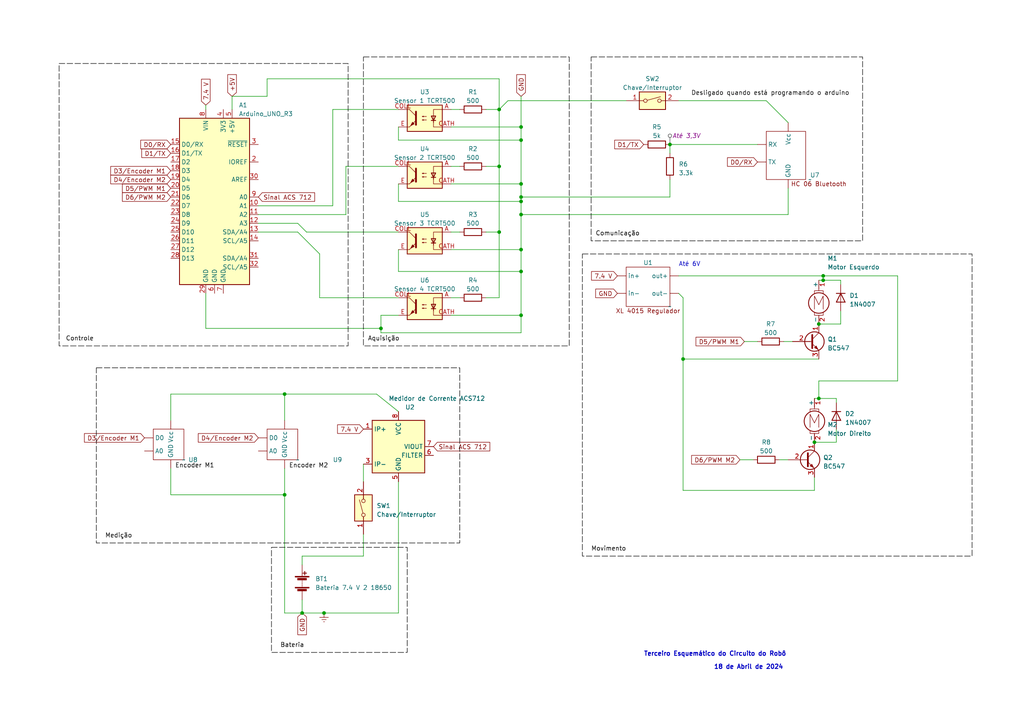
<source format=kicad_sch>
(kicad_sch (version 20230121) (generator eeschema)
  (paper "A4")
  (lib_symbols
    (symbol "BLUETOOTH-SERIAL-HC-06:Encoder"
      (property "Reference" "U" (at 0 0 0))
      (symbol "Encoder_0_1"
        (rectangle (start -8.89 8.89) (end 0 0))
      )
      (symbol "Encoder_1_1"
        (pin output line (at -11.43 2.54 0) (length 2.54) (name "A0") (number ""))
        (pin output line (at -11.43 6.35 0) (length 2.54) (name "D0") (number ""))
        (pin input line (at -3.81 -2.54 90) (length 2.54) (name "GND") (number ""))
        (pin input line (at -3.81 11.43 270) (length 2.54) (name "Vcc") (number ""))
      )
    )
    (symbol "BLUETOOTH-SERIAL-HC-06:HC_06_Bluetooth"
      (property "Reference" "U" (at 0 1.27 0))
      (symbol "HC_06_Bluetooth_0_1"
        (rectangle (start -12.7 13.97) (end -1.27 0))
      )
      (symbol "HC_06_Bluetooth_1_1"
        (text "HC 06 Bluetooth" (at 2.54 -1.27 0) (effects (font (size 1.27 1.27))))
        (pin input line (at -6.35 -2.54 90) (length 2.54) (name "GND") (number ""))
        (pin input line (at -15.24 10.16 0) (length 2.54) (name "RX") (number ""))
        (pin output line (at -15.24 5.08 0) (length 2.54) (name "TX") (number ""))
        (pin input line (at -6.35 16.51 270) (length 2.54) (name "Vcc") (number ""))
      )
    )
    (symbol "BLUETOOTH-SERIAL-HC-06:XL4005_"
      (property "Reference" "U" (at 1.27 1.27 0))
      (symbol "XL4005__0_1"
        (rectangle (start -12.7 11.43) (end 0 0))
      )
      (symbol "XL4005__1_1"
        (text "XL 4015 Regulador" (at -6.35 -1.27 0) (effects (font (size 1.27 1.27))))
        (pin input line (at -15.24 8.89 0) (length 2.54) (name "in+") (number ""))
        (pin input line (at -15.24 3.81 0) (length 2.54) (name "in-") (number ""))
        (pin output line (at 2.54 8.89 180) (length 2.54) (name "out+") (number ""))
        (pin output line (at 2.54 3.81 180) (length 2.54) (name "out-") (number ""))
      )
    )
    (symbol "Device:Battery" (pin_numbers hide) (pin_names (offset 0) hide)
      (property "Reference" "BT" (at 2.54 2.54 0))
      (property "Value" "Battery" (at 2.54 0 0))
      (symbol "Battery_0_1"
        (rectangle (start -2.032 -1.397) (end 2.032 -1.651) (fill (type outline)))
        (rectangle (start -2.032 1.778) (end 2.032 1.524) (fill (type outline)))
        (rectangle (start -1.3208 -1.9812) (end 1.27 -2.4892) (fill (type outline)))
        (rectangle (start -1.3208 1.1938) (end 1.27 0.6858) (fill (type outline)))
        (polyline (pts (xy 0 -1.524) (xy 0 -1.27)))
        (polyline (pts (xy 0 -1.016) (xy 0 -0.762)))
        (polyline (pts (xy 0 -0.508) (xy 0 -0.254)))
        (polyline (pts (xy 0 0) (xy 0 0.254)))
        (polyline (pts (xy 0 0.508) (xy 0 0.762)))
        (polyline (pts (xy 0 1.778) (xy 0 2.54)))
        (polyline (pts (xy 0.254 2.667) (xy 1.27 2.667)) (stroke (width 0.254)))
        (polyline (pts (xy 0.762 3.175) (xy 0.762 2.159)) (stroke (width 0.254)))
      )
      (symbol "Battery_1_1"
        (pin passive line (at 0 5.08 270) (length 2.54) (name "+") (number "1"))
        (pin passive line (at 0 -5.08 90) (length 2.54) (name "-") (number "2"))
      )
    )
    (symbol "Device:R" (pin_numbers hide) (pin_names (offset 0))
      (property "Reference" "R" (at 2.032 0 90))
      (property "Value" "R" (at 0 0 90))
      (symbol "R_0_1"
        (rectangle (start -1.016 -2.54) (end 1.016 2.54) (stroke (width 0.254)))
      )
      (symbol "R_1_1"
        (pin passive line (at 0 3.81 270) (length 1.27) (name "~") (number "1"))
        (pin passive line (at 0 -3.81 90) (length 1.27) (name "~") (number "2"))
      )
    )
    (symbol "Diode:1N4007" (pin_numbers hide) (pin_names hide)
      (property "Reference" "D" (at 0 2.54 0))
      (property "Value" "1N4007" (at 0 -2.54 0))
      (symbol "1N4007_0_1"
        (polyline (pts (xy -1.27 1.27) (xy -1.27 -1.27)) (stroke (width 0.254)))
        (polyline (pts (xy 1.27 0) (xy -1.27 0)))
        (polyline (pts (xy 1.27 1.27) (xy 1.27 -1.27) (xy -1.27 0) (xy 1.27 1.27)) (stroke (width 0.254)))
      )
      (symbol "1N4007_1_1"
        (pin passive line (at -3.81 0 0) (length 2.54) (name "K") (number "1"))
        (pin passive line (at 3.81 0 180) (length 2.54) (name "A") (number "2"))
      )
    )
    (symbol "MCU_Module:Arduino_UNO_R3"
      (property "Reference" "A" (at -10.16 23.495 0))
      (property "Value" "Arduino_UNO_R3" (at 5.08 -26.67 0))
      (symbol "Arduino_UNO_R3_0_1"
        (rectangle (start -10.16 22.86) (end 10.16 -25.4) (stroke (width 0.254)) (fill (type background)))
      )
      (symbol "Arduino_UNO_R3_1_1"
        (pin no_connect line (at -10.16 -20.32 0) (length 2.54) hide (name "NC") (number "1"))
        (pin bidirectional line (at 12.7 -2.54 180) (length 2.54) (name "A1") (number "10"))
        (pin bidirectional line (at 12.7 -5.08 180) (length 2.54) (name "A2") (number "11"))
        (pin bidirectional line (at 12.7 -7.62 180) (length 2.54) (name "A3") (number "12"))
        (pin bidirectional line (at 12.7 -10.16 180) (length 2.54) (name "SDA/A4") (number "13"))
        (pin bidirectional line (at 12.7 -12.7 180) (length 2.54) (name "SCL/A5") (number "14"))
        (pin bidirectional line (at -12.7 15.24 0) (length 2.54) (name "D0/RX") (number "15"))
        (pin bidirectional line (at -12.7 12.7 0) (length 2.54) (name "D1/TX") (number "16"))
        (pin bidirectional line (at -12.7 10.16 0) (length 2.54) (name "D2") (number "17"))
        (pin bidirectional line (at -12.7 7.62 0) (length 2.54) (name "D3") (number "18"))
        (pin bidirectional line (at -12.7 5.08 0) (length 2.54) (name "D4") (number "19"))
        (pin output line (at 12.7 10.16 180) (length 2.54) (name "IOREF") (number "2"))
        (pin bidirectional line (at -12.7 2.54 0) (length 2.54) (name "D5") (number "20"))
        (pin bidirectional line (at -12.7 0 0) (length 2.54) (name "D6") (number "21"))
        (pin bidirectional line (at -12.7 -2.54 0) (length 2.54) (name "D7") (number "22"))
        (pin bidirectional line (at -12.7 -5.08 0) (length 2.54) (name "D8") (number "23"))
        (pin bidirectional line (at -12.7 -7.62 0) (length 2.54) (name "D9") (number "24"))
        (pin bidirectional line (at -12.7 -10.16 0) (length 2.54) (name "D10") (number "25"))
        (pin bidirectional line (at -12.7 -12.7 0) (length 2.54) (name "D11") (number "26"))
        (pin bidirectional line (at -12.7 -15.24 0) (length 2.54) (name "D12") (number "27"))
        (pin bidirectional line (at -12.7 -17.78 0) (length 2.54) (name "D13") (number "28"))
        (pin power_in line (at -2.54 -27.94 90) (length 2.54) (name "GND") (number "29"))
        (pin input line (at 12.7 15.24 180) (length 2.54) (name "~{RESET}") (number "3"))
        (pin input line (at 12.7 5.08 180) (length 2.54) (name "AREF") (number "30"))
        (pin bidirectional line (at 12.7 -17.78 180) (length 2.54) (name "SDA/A4") (number "31"))
        (pin bidirectional line (at 12.7 -20.32 180) (length 2.54) (name "SCL/A5") (number "32"))
        (pin power_out line (at 2.54 25.4 270) (length 2.54) (name "3V3") (number "4"))
        (pin power_out line (at 5.08 25.4 270) (length 2.54) (name "+5V") (number "5"))
        (pin power_in line (at 0 -27.94 90) (length 2.54) (name "GND") (number "6"))
        (pin power_in line (at 2.54 -27.94 90) (length 2.54) (name "GND") (number "7"))
        (pin power_in line (at -2.54 25.4 270) (length 2.54) (name "VIN") (number "8"))
        (pin bidirectional line (at 12.7 0 180) (length 2.54) (name "A0") (number "9"))
      )
    )
    (symbol "Motor:Motor_DC_ALT" (pin_names (offset 0))
      (property "Reference" "M" (at 2.54 2.54 0))
      (property "Value" "Motor_DC_ALT" (at 2.54 -5.08 0))
      (symbol "Motor_DC_ALT_0_0"
        (circle (center 0 -1.524) (radius 2.9718) (stroke (width 0.254)))
        (polyline (pts (xy -1.27 -4.318) (xy -1.27 -5.08) (xy 1.27 -5.08) (xy 1.27 -4.318)))
        (polyline (pts (xy -1.27 1.27) (xy -1.27 2.032) (xy 1.27 2.032) (xy 1.27 1.27)))
        (polyline (pts (xy -1.27 -3.302) (xy -1.27 0.508) (xy 0 -2.032) (xy 1.27 0.508) (xy 1.27 -3.302)))
      )
      (symbol "Motor_DC_ALT_0_1"
        (polyline (pts (xy 0 2.032) (xy 0 2.54)))
      )
      (symbol "Motor_DC_ALT_1_1"
        (pin passive line (at 0 5.08 270) (length 2.54) (name "+") (number "1"))
        (pin passive line (at 0 -7.62 90) (length 2.54) (name "-") (number "2"))
      )
    )
    (symbol "Sensor_Current:ACS712xLCTR-20A"
      (property "Reference" "U" (at 2.54 11.43 0))
      (property "Value" "ACS712xLCTR-20A" (at 2.54 8.89 0))
      (symbol "ACS712xLCTR-20A_0_1"
        (rectangle (start -7.62 7.62) (end 7.62 -7.62) (stroke (width 0.254)) (fill (type background)))
      )
      (symbol "ACS712xLCTR-20A_1_1"
        (pin passive line (at -10.16 5.08 0) (length 2.54) (name "IP+") (number "1"))
        (pin passive line (at -10.16 5.08 0) (length 2.54) hide (name "IP+") (number "2"))
        (pin passive line (at -10.16 -5.08 0) (length 2.54) (name "IP-") (number "3"))
        (pin passive line (at -10.16 -5.08 0) (length 2.54) hide (name "IP-") (number "4"))
        (pin power_in line (at 0 -10.16 90) (length 2.54) (name "GND") (number "5"))
        (pin passive line (at 10.16 -2.54 180) (length 2.54) (name "FILTER") (number "6"))
        (pin output line (at 10.16 0 180) (length 2.54) (name "VIOUT") (number "7"))
        (pin power_in line (at 0 10.16 270) (length 2.54) (name "VCC") (number "8"))
      )
    )
    (symbol "Switch:SW_DIP_x01" (pin_names (offset 0) hide)
      (property "Reference" "SW" (at 0 3.81 0))
      (property "Value" "SW_DIP_x01" (at 0 -3.81 0))
      (symbol "SW_DIP_x01_0_0"
        (circle (center -2.032 0) (radius 0.508))
        (polyline (pts (xy -1.524 0.127) (xy 2.3622 1.1684)))
        (circle (center 2.032 0) (radius 0.508))
      )
      (symbol "SW_DIP_x01_0_1"
        (rectangle (start -3.81 2.54) (end 3.81 -2.54) (stroke (width 0.254)) (fill (type background)))
      )
      (symbol "SW_DIP_x01_1_1"
        (pin passive line (at -7.62 0 0) (length 5.08) (name "~") (number "1"))
        (pin passive line (at 7.62 0 180) (length 5.08) (name "~") (number "2"))
      )
    )
    (symbol "Transistor_BJT:BC547" (pin_names (offset 0) hide)
      (property "Reference" "Q" (at 5.08 1.905 0))
      (property "Value" "BC547" (at 5.08 0 0))
      (symbol "BC547_0_1"
        (polyline (pts (xy 0 0) (xy 0.635 0)))
        (polyline (pts (xy 0.635 0.635) (xy 2.54 2.54)))
        (polyline (pts (xy 0.635 -0.635) (xy 2.54 -2.54) (xy 2.54 -2.54)))
        (polyline (pts (xy 0.635 1.905) (xy 0.635 -1.905) (xy 0.635 -1.905)) (stroke (width 0.508)))
        (polyline (pts (xy 1.27 -1.778) (xy 1.778 -1.27) (xy 2.286 -2.286) (xy 1.27 -1.778) (xy 1.27 -1.778)) (fill (type outline)))
        (circle (center 1.27 0) (radius 2.8194) (stroke (width 0.254)))
      )
      (symbol "BC547_1_1"
        (pin passive line (at 2.54 5.08 270) (length 2.54) (name "C") (number "1"))
        (pin input line (at -5.08 0 0) (length 5.08) (name "B") (number "2"))
        (pin passive line (at 2.54 -5.08 90) (length 2.54) (name "E") (number "3"))
      )
    )
    (symbol "power:Earth" (power) (pin_names (offset 0))
      (symbol "Earth_0_1"
        (polyline (pts (xy -0.635 -1.905) (xy 0.635 -1.905)))
        (polyline (pts (xy -0.127 -2.54) (xy 0.127 -2.54)))
        (polyline (pts (xy 0 -1.27) (xy 0 0)))
        (polyline (pts (xy 1.27 -1.27) (xy -1.27 -1.27)))
      )
      (symbol "Earth_1_1"
        (pin power_in line (at 0 0 270) (length 0) hide (name "Earth") (number "1"))
      )
    )
    (symbol "tcrt5000:TCRT5000"
      (property "Reference" "U" (at 0 5.08 0))
      (property "Value" "TCRT5000" (at 0 -5.08 0))
      (symbol "TCRT5000_0_1"
        (rectangle (start -5.08 3.81) (end 5.08 -3.81) (stroke (width 0.254)) (fill (type background)))
        (polyline (pts (xy -3.175 -0.635) (xy -1.905 -0.635)) (stroke (width 0.254)))
        (polyline (pts (xy 2.54 0.635) (xy 4.445 2.54)))
        (polyline (pts (xy 4.445 -2.54) (xy 2.54 -0.635)) (fill (type outline)))
        (polyline (pts (xy 4.445 -2.54) (xy 5.08 -2.54)))
        (polyline (pts (xy 4.445 2.54) (xy 5.08 2.54)))
        (polyline (pts (xy -2.54 -0.635) (xy -2.54 -2.54) (xy -5.08 -2.54)))
        (polyline (pts (xy 2.54 1.905) (xy 2.54 -1.905) (xy 2.54 -1.905)) (stroke (width 0.508)))
        (polyline (pts (xy -5.08 2.54) (xy -2.54 2.54) (xy -2.54 -1.27) (xy -2.54 0.635)))
        (polyline (pts (xy -2.54 -0.635) (xy -3.175 0.635) (xy -1.905 0.635) (xy -2.54 -0.635)) (stroke (width 0.254)))
        (polyline (pts (xy -0.508 -0.508) (xy 0.762 -0.508) (xy 0.381 -0.635) (xy 0.381 -0.381) (xy 0.762 -0.508)))
        (polyline (pts (xy -0.508 0.508) (xy 0.762 0.508) (xy 0.381 0.381) (xy 0.381 0.635) (xy 0.762 0.508)))
        (polyline (pts (xy 3.048 -1.651) (xy 3.556 -1.143) (xy 4.064 -2.159) (xy 3.048 -1.651) (xy 3.048 -1.651)) (fill (type outline)))
      )
      (symbol "TCRT5000_1_1"
        (pin passive line (at -7.62 2.54 0) (length 2.54) (name "~") (number "A"))
        (pin passive line (at -7.62 -2.54 0) (length 2.54) (name "~") (number "CATH"))
        (pin passive line (at 7.62 2.54 180) (length 2.54) (name "~") (number "COLL"))
        (pin passive line (at 7.62 -2.54 180) (length 2.54) (name "~") (number "E"))
      )
    )
  )
  (junction (at 236.22 128.27))
  (junction (at 238.76 81.28))
  (junction (at 87.63 177.8))
  (junction (at 151.13 40.64))
  (junction (at 238.76 80.01))
  (junction (at 144.78 31.75))
  (junction (at 144.78 48.26))
  (junction (at 151.13 91.44))
  (junction (at 237.49 115.57))
  (junction (at 151.13 57.15))
  (junction (at 82.55 114.3))
  (junction (at 110.49 95.25))
  (junction (at 82.55 143.51))
  (junction (at 151.13 62.23))
  (junction (at 151.13 78.74))
  (junction (at 194.31 41.91))
  (junction (at 151.13 53.34))
  (junction (at 93.98 177.8))
  (junction (at 198.12 104.14))
  (junction (at 144.78 67.31))
  (junction (at 151.13 58.42))
  (junction (at 151.13 72.39))
  (junction (at 237.49 93.98))
  (junction (at 151.13 36.83))
  (wire (pts (xy 59.69 95.25) (xy 110.49 95.25)))
  (wire (pts (xy 59.69 30.48) (xy 59.69 31.75)))
  (wire (pts (xy 115.57 78.74) (xy 151.13 78.74)))
  (wire (pts (xy 198.12 86.36) (xy 196.85 85.09)))
  (wire (pts (xy 74.93 64.77) (xy 86.36 64.77)))
  (wire (pts (xy 236.22 138.43) (xy 236.22 142.24)))
  (wire (pts (xy 130.81 31.75) (xy 133.35 31.75)))
  (wire (pts (xy 115.57 58.42) (xy 151.13 58.42)))
  (wire (pts (xy 237.49 115.57) (xy 242.57 115.57)))
  (wire (pts (xy 130.81 67.31) (xy 133.35 67.31)))
  (wire (pts (xy 260.35 80.01) (xy 260.35 110.49)))
  (wire (pts (xy 215.9 99.06) (xy 219.71 99.06)))
  (wire (pts (xy 151.13 57.15) (xy 194.31 57.15)))
  (wire (pts (xy 87.63 161.29) (xy 105.41 161.29)))
  (wire (pts (xy 144.78 31.75) (xy 144.78 48.26)))
  (wire (pts (xy 49.53 135.89) (xy 49.53 143.51)))
  (wire (pts (xy 130.81 53.34) (xy 151.13 53.34)))
  (wire (pts (xy 228.6 54.61) (xy 228.6 62.23)))
  (wire (pts (xy 144.78 22.86) (xy 144.78 31.75)))
  (wire (pts (xy 151.13 62.23) (xy 228.6 62.23)))
  (wire (pts (xy 115.57 139.7) (xy 115.57 177.8)))
  (wire (pts (xy 194.31 41.91) (xy 194.31 44.45)))
  (wire (pts (xy 67.31 27.94) (xy 67.31 31.75)))
  (wire (pts (xy 87.63 177.8) (xy 93.98 177.8)))
  (wire (pts (xy 140.97 31.75) (xy 144.78 31.75)))
  (wire (pts (xy 92.71 86.36) (xy 115.57 86.36)))
  (wire (pts (xy 151.13 53.34) (xy 151.13 57.15)))
  (wire (pts (xy 82.55 135.89) (xy 82.55 143.51)))
  (wire (pts (xy 151.13 72.39) (xy 151.13 78.74)))
  (wire (pts (xy 196.85 80.01) (xy 238.76 80.01)))
  (wire (pts (xy 151.13 57.15) (xy 151.13 58.42)))
  (wire (pts (xy 87.63 161.29) (xy 87.63 163.83)))
  (wire (pts (xy 151.13 40.64) (xy 151.13 53.34)))
  (wire (pts (xy 115.57 36.83) (xy 115.57 40.64)))
  (wire (pts (xy 88.9 67.31) (xy 115.57 67.31)))
  (wire (pts (xy 237.49 93.98) (xy 243.84 93.98)))
  (wire (pts (xy 238.76 80.01) (xy 238.76 81.28)))
  (wire (pts (xy 92.71 73.66) (xy 86.36 67.31)))
  (wire (pts (xy 227.33 99.06) (xy 229.87 99.06)))
  (wire (pts (xy 96.52 31.75) (xy 115.57 31.75)))
  (wire (pts (xy 49.53 114.3) (xy 49.53 121.92)))
  (wire (pts (xy 115.57 40.64) (xy 151.13 40.64)))
  (wire (pts (xy 151.13 78.74) (xy 151.13 91.44)))
  (wire (pts (xy 110.49 91.44) (xy 110.49 95.25)))
  (wire (pts (xy 242.57 115.57) (xy 242.57 116.84)))
  (wire (pts (xy 82.55 114.3) (xy 82.55 121.92)))
  (wire (pts (xy 82.55 114.3) (xy 109.22 114.3)))
  (wire (pts (xy 181.61 29.21) (xy 147.32 29.21)))
  (wire (pts (xy 243.84 81.28) (xy 243.84 82.55)))
  (wire (pts (xy 238.76 81.28) (xy 243.84 81.28)))
  (wire (pts (xy 100.33 48.26) (xy 100.33 62.23)))
  (wire (pts (xy 96.52 31.75) (xy 96.52 59.69)))
  (wire (pts (xy 49.53 143.51) (xy 82.55 143.51)))
  (wire (pts (xy 198.12 142.24) (xy 236.22 142.24)))
  (wire (pts (xy 196.85 29.21) (xy 222.25 29.21)))
  (wire (pts (xy 77.47 22.86) (xy 77.47 27.94)))
  (wire (pts (xy 151.13 91.44) (xy 151.13 96.52)))
  (wire (pts (xy 59.69 85.09) (xy 59.69 95.25)))
  (wire (pts (xy 237.49 110.49) (xy 237.49 115.57)))
  (wire (pts (xy 82.55 143.51) (xy 82.55 177.8)))
  (wire (pts (xy 74.93 62.23) (xy 100.33 62.23)))
  (wire (pts (xy 87.63 173.99) (xy 87.63 177.8)))
  (wire (pts (xy 82.55 177.8) (xy 87.63 177.8)))
  (wire (pts (xy 198.12 104.14) (xy 237.49 104.14)))
  (wire (pts (xy 67.31 27.94) (xy 77.47 27.94)))
  (wire (pts (xy 110.49 96.52) (xy 151.13 96.52)))
  (wire (pts (xy 144.78 48.26) (xy 144.78 67.31)))
  (wire (pts (xy 194.31 52.07) (xy 194.31 57.15)))
  (wire (pts (xy 115.57 72.39) (xy 115.57 78.74)))
  (wire (pts (xy 198.12 104.14) (xy 198.12 142.24)))
  (wire (pts (xy 49.53 114.3) (xy 82.55 114.3)))
  (wire (pts (xy 144.78 67.31) (xy 144.78 86.36)))
  (wire (pts (xy 151.13 36.83) (xy 151.13 40.64)))
  (wire (pts (xy 214.63 133.35) (xy 218.44 133.35)))
  (wire (pts (xy 105.41 154.94) (xy 105.41 161.29)))
  (wire (pts (xy 92.71 86.36) (xy 92.71 73.66)))
  (wire (pts (xy 105.41 134.62) (xy 105.41 139.7)))
  (wire (pts (xy 110.49 91.44) (xy 115.57 91.44)))
  (wire (pts (xy 74.93 67.31) (xy 86.36 67.31)))
  (wire (pts (xy 74.93 59.69) (xy 96.52 59.69)))
  (wire (pts (xy 226.06 133.35) (xy 228.6 133.35)))
  (wire (pts (xy 130.81 72.39) (xy 151.13 72.39)))
  (wire (pts (xy 115.57 53.34) (xy 115.57 58.42)))
  (wire (pts (xy 151.13 58.42) (xy 151.13 62.23)))
  (wire (pts (xy 140.97 48.26) (xy 144.78 48.26)))
  (wire (pts (xy 147.32 29.21) (xy 144.78 31.75)))
  (wire (pts (xy 140.97 86.36) (xy 144.78 86.36)))
  (wire (pts (xy 140.97 67.31) (xy 144.78 67.31)))
  (wire (pts (xy 130.81 91.44) (xy 151.13 91.44)))
  (wire (pts (xy 242.57 124.46) (xy 242.57 128.27)))
  (wire (pts (xy 77.47 22.86) (xy 144.78 22.86)))
  (wire (pts (xy 151.13 62.23) (xy 151.13 72.39)))
  (wire (pts (xy 109.22 114.3) (xy 115.57 119.38)))
  (wire (pts (xy 237.49 110.49) (xy 260.35 110.49)))
  (wire (pts (xy 151.13 27.94) (xy 151.13 36.83)))
  (wire (pts (xy 236.22 115.57) (xy 237.49 115.57)))
  (wire (pts (xy 236.22 128.27) (xy 242.57 128.27)))
  (wire (pts (xy 238.76 80.01) (xy 260.35 80.01)))
  (wire (pts (xy 198.12 86.36) (xy 198.12 104.14)))
  (wire (pts (xy 100.33 48.26) (xy 115.57 48.26)))
  (wire (pts (xy 130.81 86.36) (xy 133.35 86.36)))
  (wire (pts (xy 110.49 95.25) (xy 110.49 96.52)))
  (wire (pts (xy 93.98 177.8) (xy 115.57 177.8)))
  (wire (pts (xy 88.9 67.31) (xy 86.36 64.77)))
  (wire (pts (xy 194.31 41.91) (xy 219.71 41.91)))
  (wire (pts (xy 243.84 90.17) (xy 243.84 93.98)))
  (wire (pts (xy 130.81 48.26) (xy 133.35 48.26)))
  (wire (pts (xy 130.81 36.83) (xy 151.13 36.83)))
  (wire (pts (xy 222.25 29.21) (xy 228.6 35.56)))
  (wire (pts (xy 237.49 81.28) (xy 238.76 81.28)))
  (rectangle (start 105.41 16.51) (end 165.1 100.33) (stroke (width 0) (type dash) (color 0 0 0 1)))
  (rectangle (start 17.145 18.415) (end 100.965 100.33) (stroke (width 0) (type dash) (color 0 0 0 1)))
  (rectangle (start 27.94 106.68) (end 133.35 157.48) (stroke (width 0) (type dash) (color 0 0 0 1)))
  (rectangle (start 78.74 158.75) (end 118.11 189.23) (stroke (width 0) (type dash) (color 0 0 0 1)))
  (rectangle (start 171.45 16.51) (end 250.19 69.85) (stroke (width 0) (type dash) (color 0 0 0 1)))
  (rectangle (start 168.91 73.66) (end 281.94 161.29) (stroke (width 0) (type dash) (color 0 0 0 1)))
  (text "Medição" (at 30.48 156.21 0) (effects (font (size 1.27 1.27)) (justify left bottom)))
  (text "18 de Abril de 2024\n" (at 207.01 194.31 0) (effects (font (size 1.27 1.27) bold) (justify left bottom)))
  (text "Encoder M1" (at 50.8 135.89 0) (effects (font (size 1.27 1.27)) (justify left bottom)))
  (text "Até 6V" (at 203.2 77.47 0) (effects (font (size 1.27 1.27)) (justify right bottom)))
  (text "Aquisição\n" (at 106.68 99.06 0) (effects (font (size 1.27 1.27)) (justify left bottom)))
  (text "Bateria" (at 81.28 187.96 0) (effects (font (size 1.27 1.27)) (justify left bottom)))
  (text "Comunicação" (at 172.72 68.58 0) (effects (font (size 1.27 1.27)) (justify left bottom)))
  (text "Controle" (at 19.05 99.06 0) (effects (font (size 1.27 1.27)) (justify left bottom)))
  (text "Terceiro Esquemático do Circuito do Robô" (at 186.69 190.5 0) (effects (font (size 1.27 1.27) (thickness 0.254) bold) (justify left bottom)))
  (text "Encoder M2\n" (at 83.82 135.89 0) (effects (font (size 1.27 1.27)) (justify left bottom)))
  (text "Movimento\n" (at 171.45 160.02 0) (effects (font (size 1.27 1.27)) (justify left bottom)))
  (label "Desligado quando está programando o arduino" (at 246.38 27.94 180))
  (global_label "D5{slash}PWM M1" (shape input) (at 215.9 99.06 180) (property "Intersheetrefs" "${INTERSHEET_REFS}" (effects hide)))
  (global_label "GND" (shape input) (at 151.13 27.94 90) (property "Intersheetrefs" "${INTERSHEET_REFS}" (effects hide)))
  (global_label "7.4 V" (shape input) (at 179.07 80.01 180) (property "Intersheetrefs" "${INTERSHEET_REFS}" (effects hide)))
  (global_label "GND" (shape input) (at 87.63 177.8 270) (property "Intersheetrefs" "${INTERSHEET_REFS}" (effects hide)))
  (global_label "D6{slash}PWM M2" (shape input) (at 49.53 57.15 180) (property "Intersheetrefs" "${INTERSHEET_REFS}" (effects hide)))
  (global_label "D3{slash}Encoder M1" (shape input) (at 49.53 49.53 180) (property "Intersheetrefs" "${INTERSHEET_REFS}" (effects hide)))
  (global_label "7.4 V" (shape input) (at 59.69 30.48 90) (property "Intersheetrefs" "${INTERSHEET_REFS}" (effects hide)))
  (global_label "D0{slash}RX" (shape input) (at 49.53 41.91 180) (property "Intersheetrefs" "${INTERSHEET_REFS}" (effects hide)))
  (global_label "Sinal ACS 712" (shape input) (at 74.93 57.15 0) (property "Intersheetrefs" "${INTERSHEET_REFS}" (effects hide)))
  (global_label "D0{slash}RX" (shape input) (at 219.71 46.99 180) (property "Intersheetrefs" "${INTERSHEET_REFS}" (effects hide)))
  (global_label "D4{slash}Encoder M2" (shape input) (at 74.93 127 180) (property "Intersheetrefs" "${INTERSHEET_REFS}" (effects hide)))
  (global_label "D1{slash}TX" (shape input) (at 49.53 44.45 180) (property "Intersheetrefs" "${INTERSHEET_REFS}" (effects hide)))
  (global_label "D3{slash}Encoder M1" (shape input) (at 41.91 127 180) (property "Intersheetrefs" "${INTERSHEET_REFS}" (effects hide)))
  (global_label "D6{slash}PWM M2" (shape input) (at 214.63 133.35 180) (property "Intersheetrefs" "${INTERSHEET_REFS}" (effects hide)))
  (global_label "D1{slash}TX" (shape input) (at 186.69 41.91 180) (property "Intersheetrefs" "${INTERSHEET_REFS}" (effects hide)))
  (global_label "7.4 V" (shape input) (at 105.41 124.46 180) (property "Intersheetrefs" "${INTERSHEET_REFS}" (effects hide)))
  (global_label "D5{slash}PWM M1" (shape input) (at 49.53 54.61 180) (property "Intersheetrefs" "${INTERSHEET_REFS}" (effects hide)))
  (global_label "Sinal ACS 712" (shape input) (at 125.73 129.54 0) (property "Intersheetrefs" "${INTERSHEET_REFS}" (effects hide)))
  (global_label "+5V" (shape input) (at 67.31 27.94 90) (property "Intersheetrefs" "${INTERSHEET_REFS}" (effects hide)))
  (global_label "GND" (shape input) (at 179.07 85.09 180) (property "Intersheetrefs" "${INTERSHEET_REFS}" (effects hide)))
  (global_label "D4{slash}Encoder M2" (shape input) (at 49.53 52.07 180) (property "Intersheetrefs" "${INTERSHEET_REFS}" (effects hide)))
  (netclass_flag "" (length 2.54) (shape round) (at 194.31 41.91 0) (property "Netclass" "Até 3,3V" (at 195.0085 39.37 0) (effects (font italic) (justify left))))
  (symbol (lib_id "Diode:1N4007") (at 242.57 120.65 270) (unit 1)
    (property "Reference" "D2" (at 245.11 120.015 90) (effects (justify left)))
    (property "Value" "1N4007" (at 245.11 122.555 90) (effects (justify left)))
    (property "Footprint" "Diode_THT:D_DO-41_SOD81_P10.16mm_Horizontal" (effects hide))
    (property "Datasheet" "http://www.vishay.com/docs/88503/1n4001.pdf" (effects hide))
    (property "Sim.Device" "D" (effects hide))
    (property "Sim.Pins" "1=K 2=A" (effects hide))
  )
  (symbol (lib_id "Device:R") (at 222.25 133.35 270) (unit 1)
    (property "Reference" "R8" (at 222.25 128.27 90))
    (property "Value" "500" (at 222.25 130.81 90))
  )
  (symbol (lib_id "BLUETOOTH-SERIAL-HC-06:Encoder") (at 53.34 133.35 0) (unit 1)
    (property "Reference" "U8" (at 54.61 133.35 0) (effects (justify left)))
    (property "Value" "~" (at 53.34 133.35 0))
  )
  (symbol (lib_id "power:Earth") (at 93.98 177.8 0) (unit 1)
    (property "Reference" "#PWR01" (effects hide))
    (property "Value" "Earth" (effects hide))
  )
  (symbol (lib_id "Device:R") (at 137.16 67.31 270) (unit 1)
    (property "Reference" "R3" (at 137.16 62.23 90))
    (property "Value" "500" (at 137.16 64.77 90))
  )
  (symbol (lib_id "Device:R") (at 137.16 31.75 270) (unit 1)
    (property "Reference" "R1" (at 137.16 26.67 90))
    (property "Value" "500" (at 137.16 29.21 90))
  )
  (symbol (lib_id "BLUETOOTH-SERIAL-HC-06:Encoder") (at 86.36 133.35 0) (unit 1)
    (property "Reference" "U9" (at 96.52 133.35 0) (effects (justify left)))
    (property "Value" "~" (at 86.36 133.35 0))
  )
  (symbol (lib_id "Device:R") (at 137.16 48.26 270) (unit 1)
    (property "Reference" "R2" (at 137.16 43.18 90))
    (property "Value" "500" (at 137.16 45.72 90))
  )
  (symbol (lib_id "Device:R") (at 194.31 48.26 0) (unit 1)
    (property "Reference" "R6" (at 196.85 47.625 0) (effects (justify left)))
    (property "Value" "3.3k" (at 196.85 50.165 0) (effects (justify left)))
  )
  (symbol (lib_id "tcrt5000:TCRT5000") (at 123.19 50.8 0) (mirror y) (unit 1)
    (property "Reference" "U4" (at 123.19 43.18 0))
    (property "Value" "Sensor 2 TCRT500" (at 123.19 45.72 0))
    (property "Footprint" "tcrt5000:tcrt5000" (effects hide))
    (property "Datasheet" "https://www.vishay.com/docs/83760/tcrt5000.pdf" (effects hide))
  )
  (symbol (lib_id "Transistor_BJT:BC547") (at 234.95 99.06 0) (unit 1)
    (property "Reference" "Q1" (at 240.03 98.425 0) (effects (justify left)))
    (property "Value" "BC547" (at 240.03 100.965 0) (effects (justify left)))
    (property "Footprint" "Package_TO_SOT_THT:TO-92_Inline" (effects hide))
    (property "Datasheet" "https://www.onsemi.com/pub/Collateral/BC550-D.pdf" (effects hide))
  )
  (symbol (lib_id "MCU_Module:Arduino_UNO_R3") (at 62.23 57.15 0) (unit 1)
    (property "Reference" "A1" (at 69.2659 30.48 0) (effects (justify left)))
    (property "Value" "Arduino_UNO_R3" (at 69.2659 33.02 0) (effects (justify left)))
    (property "Footprint" "Module:Arduino_UNO_R3" (effects hide))
    (property "Datasheet" "https://www.arduino.cc/en/Main/arduinoBoardUno" (effects hide))
  )
  (symbol (lib_id "Sensor_Current:ACS712xLCTR-20A") (at 115.57 129.54 0) (unit 1)
    (property "Reference" "U2" (at 117.5259 118.11 0) (effects (justify left)))
    (property "Value" " Medidor de Corrente ACS712" (at 111.76 115.57 0) (effects (justify left)))
    (property "Footprint" "Package_SO:SOIC-8_3.9x4.9mm_P1.27mm" (effects hide))
    (property "Datasheet" "http://www.allegromicro.com/~/media/Files/Datasheets/ACS712-Datasheet.ashx?la=en" (effects hide))
  )
  (symbol (lib_id "Device:R") (at 137.16 86.36 270) (unit 1)
    (property "Reference" "R4" (at 137.16 81.28 90))
    (property "Value" "500" (at 137.16 83.82 90))
  )
  (symbol (lib_id "Diode:1N4007") (at 243.84 86.36 270) (unit 1)
    (property "Reference" "D1" (at 246.38 85.725 90) (effects (justify left)))
    (property "Value" "1N4007" (at 246.38 88.265 90) (effects (justify left)))
    (property "Footprint" "Diode_THT:D_DO-41_SOD81_P10.16mm_Horizontal" (effects hide))
    (property "Datasheet" "http://www.vishay.com/docs/88503/1n4001.pdf" (effects hide))
    (property "Sim.Device" "D" (effects hide))
    (property "Sim.Pins" "1=K 2=A" (effects hide))
  )
  (symbol (lib_id "Switch:SW_DIP_x01") (at 189.23 29.21 0) (unit 1)
    (property "Reference" "SW2" (at 189.23 22.86 0))
    (property "Value" "Chave/Interruptor" (at 189.23 25.4 0))
  )
  (symbol (lib_id "tcrt5000:TCRT5000") (at 123.19 69.85 0) (mirror y) (unit 1)
    (property "Reference" "U5" (at 123.19 62.23 0))
    (property "Value" "Sensor 3 TCRT500" (at 123.19 64.77 0))
    (property "Footprint" "tcrt5000:tcrt5000" (effects hide))
    (property "Datasheet" "https://www.vishay.com/docs/83760/tcrt5000.pdf" (effects hide))
  )
  (symbol (lib_id "tcrt5000:TCRT5000") (at 123.19 88.9 0) (mirror y) (unit 1)
    (property "Reference" "U6" (at 123.19 81.28 0))
    (property "Value" "Sensor 4 TCRT500" (at 123.19 83.82 0))
    (property "Footprint" "tcrt5000:tcrt5000" (effects hide))
    (property "Datasheet" "https://www.vishay.com/docs/83760/tcrt5000.pdf" (effects hide))
  )
  (symbol (lib_id "tcrt5000:TCRT5000") (at 123.19 34.29 0) (mirror y) (unit 1)
    (property "Reference" "U3" (at 123.19 26.67 0))
    (property "Value" "Sensor 1 TCRT500" (at 123.19 29.21 0))
    (property "Footprint" "tcrt5000:tcrt5000" (effects hide))
    (property "Datasheet" "https://www.vishay.com/docs/83760/tcrt5000.pdf" (effects hide))
  )
  (symbol (lib_id "Transistor_BJT:BC547") (at 233.68 133.35 0) (unit 1)
    (property "Reference" "Q2" (at 238.76 132.715 0) (effects (justify left)))
    (property "Value" "BC547" (at 238.76 135.255 0) (effects (justify left)))
    (property "Footprint" "Package_TO_SOT_THT:TO-92_Inline" (effects hide))
    (property "Datasheet" "https://www.onsemi.com/pub/Collateral/BC550-D.pdf" (effects hide))
  )
  (symbol (lib_id "Switch:SW_DIP_x01") (at 105.41 147.32 90) (unit 1)
    (property "Reference" "SW1" (at 109.22 146.685 90) (effects (justify right)))
    (property "Value" "Chave/Interruptor" (at 109.22 149.225 90) (effects (justify right)))
  )
  (symbol (lib_id "Device:R") (at 223.52 99.06 270) (unit 1)
    (property "Reference" "R7" (at 223.52 93.98 90))
    (property "Value" "500" (at 223.52 96.52 90))
  )
  (symbol (lib_id "Motor:Motor_DC_ALT") (at 237.49 86.36 0) (unit 1)
    (property "Reference" "M1" (at 240.03 74.93 0) (effects (justify left)))
    (property "Value" "Motor Esquerdo" (at 240.03 77.47 0) (effects (justify left)))
  )
  (symbol (lib_id "Device:Battery") (at 87.63 168.91 0) (unit 1)
    (property "Reference" "BT1" (at 91.44 167.894 0) (effects (justify left)))
    (property "Value" "Bateria 7.4 V 2 18650" (at 91.44 170.434 0) (effects (justify left)))
  )
  (symbol (lib_id "Motor:Motor_DC_ALT") (at 236.22 120.65 0) (unit 1)
    (property "Reference" "M2" (at 240.03 123.19 0) (effects (justify left)))
    (property "Value" "Motor Direito" (at 240.03 125.73 0) (effects (justify left)))
  )
  (symbol (lib_id "BLUETOOTH-SERIAL-HC-06:HC_06_Bluetooth") (at 234.95 52.07 0) (unit 1)
    (property "Reference" "U7" (at 234.95 50.8 0) (effects (justify left)))
    (property "Value" "~" (at 234.95 52.07 0))
  )
  (symbol (lib_id "Device:R") (at 190.5 41.91 270) (unit 1)
    (property "Reference" "R5" (at 190.5 36.83 90))
    (property "Value" "5k" (at 190.5 39.37 90))
  )
  (symbol (lib_id "BLUETOOTH-SERIAL-HC-06:XL4005_") (at 194.31 88.9 0) (unit 1)
    (property "Reference" "U1" (at 187.96 76.2 0))
    (property "Value" "~" (at 194.31 88.9 0))
  )
)
</source>
